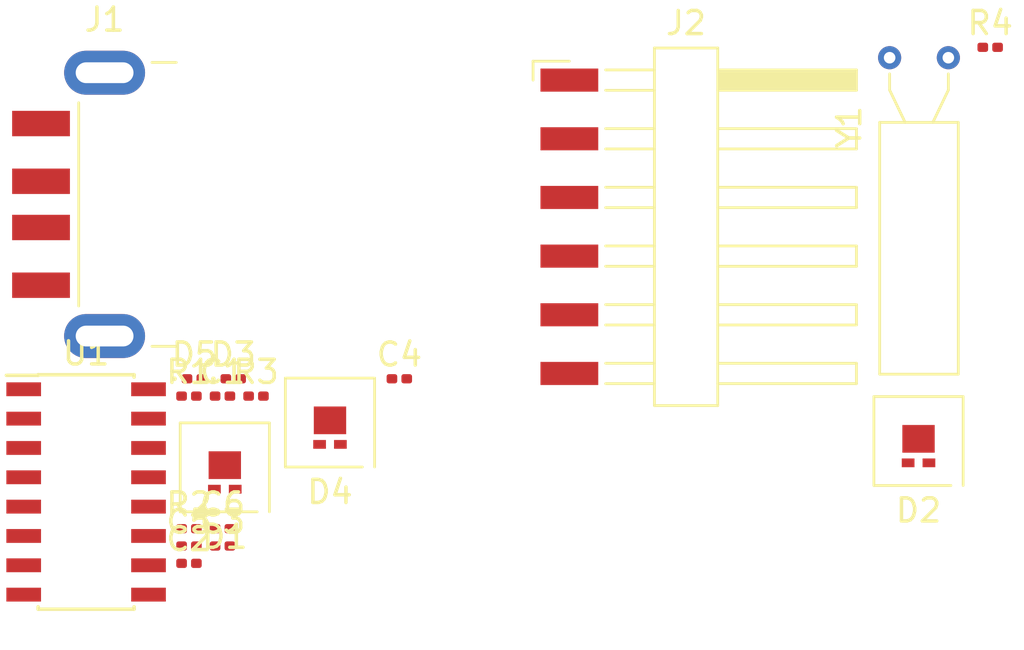
<source format=kicad_pcb>
(kicad_pcb (version 20171130) (host pcbnew 5.0.2+dfsg1-1)

  (general
    (thickness 1.6)
    (drawings 0)
    (tracks 0)
    (zones 0)
    (modules 19)
    (nets 23)
  )

  (page A4)
  (layers
    (0 F.Cu signal)
    (31 B.Cu signal)
    (32 B.Adhes user)
    (33 F.Adhes user)
    (34 B.Paste user)
    (35 F.Paste user)
    (36 B.SilkS user)
    (37 F.SilkS user)
    (38 B.Mask user)
    (39 F.Mask user)
    (40 Dwgs.User user)
    (41 Cmts.User user)
    (42 Eco1.User user)
    (43 Eco2.User user)
    (44 Edge.Cuts user)
    (45 Margin user)
    (46 B.CrtYd user)
    (47 F.CrtYd user)
    (48 B.Fab user)
    (49 F.Fab user)
  )

  (setup
    (last_trace_width 0.25)
    (trace_clearance 0.2)
    (zone_clearance 0.508)
    (zone_45_only no)
    (trace_min 0.2)
    (segment_width 0.2)
    (edge_width 0.15)
    (via_size 0.8)
    (via_drill 0.4)
    (via_min_size 0.4)
    (via_min_drill 0.3)
    (uvia_size 0.3)
    (uvia_drill 0.1)
    (uvias_allowed no)
    (uvia_min_size 0.2)
    (uvia_min_drill 0.1)
    (pcb_text_width 0.3)
    (pcb_text_size 1.5 1.5)
    (mod_edge_width 0.15)
    (mod_text_size 1 1)
    (mod_text_width 0.15)
    (pad_size 1.524 1.524)
    (pad_drill 0.762)
    (pad_to_mask_clearance 0.051)
    (solder_mask_min_width 0.25)
    (aux_axis_origin 0 0)
    (visible_elements FFFFFF7F)
    (pcbplotparams
      (layerselection 0x010fc_ffffffff)
      (usegerberextensions false)
      (usegerberattributes false)
      (usegerberadvancedattributes false)
      (creategerberjobfile false)
      (excludeedgelayer true)
      (linewidth 0.100000)
      (plotframeref false)
      (viasonmask false)
      (mode 1)
      (useauxorigin false)
      (hpglpennumber 1)
      (hpglpenspeed 20)
      (hpglpendiameter 15.000000)
      (psnegative false)
      (psa4output false)
      (plotreference true)
      (plotvalue true)
      (plotinvisibletext false)
      (padsonsilk false)
      (subtractmaskfromsilk false)
      (outputformat 1)
      (mirror false)
      (drillshape 1)
      (scaleselection 1)
      (outputdirectory ""))
  )

  (net 0 "")
  (net 1 GND)
  (net 2 +5V)
  (net 3 "Net-(C3-Pad1)")
  (net 4 "Net-(C4-Pad1)")
  (net 5 +3V3)
  (net 6 "Net-(C6-Pad1)")
  (net 7 "Net-(D1-Pad1)")
  (net 8 "Net-(D2-Pad2)")
  (net 9 "Net-(D2-Pad1)")
  (net 10 "Net-(D3-Pad1)")
  (net 11 "Net-(D4-Pad1)")
  (net 12 "Net-(D4-Pad2)")
  (net 13 "Net-(J1-Pad2)")
  (net 14 "Net-(J1-Pad3)")
  (net 15 "Net-(J2-Pad4)")
  (net 16 "Net-(U1-Pad9)")
  (net 17 "Net-(U1-Pad10)")
  (net 18 "Net-(U1-Pad11)")
  (net 19 "Net-(U1-Pad12)")
  (net 20 "Net-(U1-Pad13)")
  (net 21 "Net-(U1-Pad14)")
  (net 22 "Net-(U1-Pad15)")

  (net_class Default "This is the default net class."
    (clearance 0.2)
    (trace_width 0.25)
    (via_dia 0.8)
    (via_drill 0.4)
    (uvia_dia 0.3)
    (uvia_drill 0.1)
    (add_net +3V3)
    (add_net +5V)
    (add_net GND)
    (add_net "Net-(C3-Pad1)")
    (add_net "Net-(C4-Pad1)")
    (add_net "Net-(C6-Pad1)")
    (add_net "Net-(D1-Pad1)")
    (add_net "Net-(D2-Pad1)")
    (add_net "Net-(D2-Pad2)")
    (add_net "Net-(D3-Pad1)")
    (add_net "Net-(D4-Pad1)")
    (add_net "Net-(D4-Pad2)")
    (add_net "Net-(J1-Pad2)")
    (add_net "Net-(J1-Pad3)")
    (add_net "Net-(J2-Pad4)")
    (add_net "Net-(U1-Pad10)")
    (add_net "Net-(U1-Pad11)")
    (add_net "Net-(U1-Pad12)")
    (add_net "Net-(U1-Pad13)")
    (add_net "Net-(U1-Pad14)")
    (add_net "Net-(U1-Pad15)")
    (add_net "Net-(U1-Pad9)")
  )

  (module Capacitor_SMD:C_0201_0603Metric (layer F.Cu) (tedit 5B301BBE) (tstamp 6125254B)
    (at 142.975001 101.835001)
    (descr "Capacitor SMD 0201 (0603 Metric), square (rectangular) end terminal, IPC_7351 nominal, (Body size source: https://www.vishay.com/docs/20052/crcw0201e3.pdf), generated with kicad-footprint-generator")
    (tags capacitor)
    (path /610C04CB)
    (attr smd)
    (fp_text reference C1 (at 0 -1.05) (layer F.SilkS)
      (effects (font (size 1 1) (thickness 0.15)))
    )
    (fp_text value 10uF (at 0 1.05) (layer F.Fab)
      (effects (font (size 1 1) (thickness 0.15)))
    )
    (fp_text user %R (at 0 -0.68) (layer F.Fab)
      (effects (font (size 0.25 0.25) (thickness 0.04)))
    )
    (fp_line (start 0.7 0.35) (end -0.7 0.35) (layer F.CrtYd) (width 0.05))
    (fp_line (start 0.7 -0.35) (end 0.7 0.35) (layer F.CrtYd) (width 0.05))
    (fp_line (start -0.7 -0.35) (end 0.7 -0.35) (layer F.CrtYd) (width 0.05))
    (fp_line (start -0.7 0.35) (end -0.7 -0.35) (layer F.CrtYd) (width 0.05))
    (fp_line (start 0.3 0.15) (end -0.3 0.15) (layer F.Fab) (width 0.1))
    (fp_line (start 0.3 -0.15) (end 0.3 0.15) (layer F.Fab) (width 0.1))
    (fp_line (start -0.3 -0.15) (end 0.3 -0.15) (layer F.Fab) (width 0.1))
    (fp_line (start -0.3 0.15) (end -0.3 -0.15) (layer F.Fab) (width 0.1))
    (pad 2 smd roundrect (at 0.32 0) (size 0.46 0.4) (layers F.Cu F.Mask) (roundrect_rratio 0.25)
      (net 1 GND))
    (pad 1 smd roundrect (at -0.32 0) (size 0.46 0.4) (layers F.Cu F.Mask) (roundrect_rratio 0.25)
      (net 2 +5V))
    (pad "" smd roundrect (at 0.345 0) (size 0.318 0.36) (layers F.Paste) (roundrect_rratio 0.25))
    (pad "" smd roundrect (at -0.345 0) (size 0.318 0.36) (layers F.Paste) (roundrect_rratio 0.25))
    (model ${KISYS3DMOD}/Capacitor_SMD.3dshapes/C_0201_0603Metric.wrl
      (at (xyz 0 0 0))
      (scale (xyz 1 1 1))
      (rotate (xyz 0 0 0))
    )
  )

  (module Capacitor_SMD:C_0201_0603Metric (layer F.Cu) (tedit 5B301BBE) (tstamp 6125280C)
    (at 141.525001 109.075001)
    (descr "Capacitor SMD 0201 (0603 Metric), square (rectangular) end terminal, IPC_7351 nominal, (Body size source: https://www.vishay.com/docs/20052/crcw0201e3.pdf), generated with kicad-footprint-generator")
    (tags capacitor)
    (path /610C09D3)
    (attr smd)
    (fp_text reference C2 (at 0 -1.05) (layer F.SilkS)
      (effects (font (size 1 1) (thickness 0.15)))
    )
    (fp_text value 100nF (at 0 1.05) (layer F.Fab)
      (effects (font (size 1 1) (thickness 0.15)))
    )
    (fp_text user %R (at 0 -0.68) (layer F.Fab)
      (effects (font (size 0.25 0.25) (thickness 0.04)))
    )
    (fp_line (start 0.7 0.35) (end -0.7 0.35) (layer F.CrtYd) (width 0.05))
    (fp_line (start 0.7 -0.35) (end 0.7 0.35) (layer F.CrtYd) (width 0.05))
    (fp_line (start -0.7 -0.35) (end 0.7 -0.35) (layer F.CrtYd) (width 0.05))
    (fp_line (start -0.7 0.35) (end -0.7 -0.35) (layer F.CrtYd) (width 0.05))
    (fp_line (start 0.3 0.15) (end -0.3 0.15) (layer F.Fab) (width 0.1))
    (fp_line (start 0.3 -0.15) (end 0.3 0.15) (layer F.Fab) (width 0.1))
    (fp_line (start -0.3 -0.15) (end 0.3 -0.15) (layer F.Fab) (width 0.1))
    (fp_line (start -0.3 0.15) (end -0.3 -0.15) (layer F.Fab) (width 0.1))
    (pad 2 smd roundrect (at 0.32 0) (size 0.46 0.4) (layers F.Cu F.Mask) (roundrect_rratio 0.25)
      (net 1 GND))
    (pad 1 smd roundrect (at -0.32 0) (size 0.46 0.4) (layers F.Cu F.Mask) (roundrect_rratio 0.25)
      (net 2 +5V))
    (pad "" smd roundrect (at 0.345 0) (size 0.318 0.36) (layers F.Paste) (roundrect_rratio 0.25))
    (pad "" smd roundrect (at -0.345 0) (size 0.318 0.36) (layers F.Paste) (roundrect_rratio 0.25))
    (model ${KISYS3DMOD}/Capacitor_SMD.3dshapes/C_0201_0603Metric.wrl
      (at (xyz 0 0 0))
      (scale (xyz 1 1 1))
      (rotate (xyz 0 0 0))
    )
  )

  (module Capacitor_SMD:C_0201_0603Metric (layer F.Cu) (tedit 5B301BBE) (tstamp 612527DC)
    (at 142.975001 108.325001)
    (descr "Capacitor SMD 0201 (0603 Metric), square (rectangular) end terminal, IPC_7351 nominal, (Body size source: https://www.vishay.com/docs/20052/crcw0201e3.pdf), generated with kicad-footprint-generator")
    (tags capacitor)
    (path /610C3F04)
    (attr smd)
    (fp_text reference C3 (at 0 -1.05) (layer F.SilkS)
      (effects (font (size 1 1) (thickness 0.15)))
    )
    (fp_text value 22pF (at 0 1.05) (layer F.Fab)
      (effects (font (size 1 1) (thickness 0.15)))
    )
    (fp_line (start -0.3 0.15) (end -0.3 -0.15) (layer F.Fab) (width 0.1))
    (fp_line (start -0.3 -0.15) (end 0.3 -0.15) (layer F.Fab) (width 0.1))
    (fp_line (start 0.3 -0.15) (end 0.3 0.15) (layer F.Fab) (width 0.1))
    (fp_line (start 0.3 0.15) (end -0.3 0.15) (layer F.Fab) (width 0.1))
    (fp_line (start -0.7 0.35) (end -0.7 -0.35) (layer F.CrtYd) (width 0.05))
    (fp_line (start -0.7 -0.35) (end 0.7 -0.35) (layer F.CrtYd) (width 0.05))
    (fp_line (start 0.7 -0.35) (end 0.7 0.35) (layer F.CrtYd) (width 0.05))
    (fp_line (start 0.7 0.35) (end -0.7 0.35) (layer F.CrtYd) (width 0.05))
    (fp_text user %R (at 0 -0.68) (layer F.Fab)
      (effects (font (size 0.25 0.25) (thickness 0.04)))
    )
    (pad "" smd roundrect (at -0.345 0) (size 0.318 0.36) (layers F.Paste) (roundrect_rratio 0.25))
    (pad "" smd roundrect (at 0.345 0) (size 0.318 0.36) (layers F.Paste) (roundrect_rratio 0.25))
    (pad 1 smd roundrect (at -0.32 0) (size 0.46 0.4) (layers F.Cu F.Mask) (roundrect_rratio 0.25)
      (net 3 "Net-(C3-Pad1)"))
    (pad 2 smd roundrect (at 0.32 0) (size 0.46 0.4) (layers F.Cu F.Mask) (roundrect_rratio 0.25)
      (net 1 GND))
    (model ${KISYS3DMOD}/Capacitor_SMD.3dshapes/C_0201_0603Metric.wrl
      (at (xyz 0 0 0))
      (scale (xyz 1 1 1))
      (rotate (xyz 0 0 0))
    )
  )

  (module Capacitor_SMD:C_0201_0603Metric (layer F.Cu) (tedit 5B301BBE) (tstamp 6125283C)
    (at 150.625001 101.085001)
    (descr "Capacitor SMD 0201 (0603 Metric), square (rectangular) end terminal, IPC_7351 nominal, (Body size source: https://www.vishay.com/docs/20052/crcw0201e3.pdf), generated with kicad-footprint-generator")
    (tags capacitor)
    (path /610C3F3C)
    (attr smd)
    (fp_text reference C4 (at 0 -1.05) (layer F.SilkS)
      (effects (font (size 1 1) (thickness 0.15)))
    )
    (fp_text value 22pF (at 0 1.05) (layer F.Fab)
      (effects (font (size 1 1) (thickness 0.15)))
    )
    (fp_text user %R (at 0 -0.68) (layer F.Fab)
      (effects (font (size 0.25 0.25) (thickness 0.04)))
    )
    (fp_line (start 0.7 0.35) (end -0.7 0.35) (layer F.CrtYd) (width 0.05))
    (fp_line (start 0.7 -0.35) (end 0.7 0.35) (layer F.CrtYd) (width 0.05))
    (fp_line (start -0.7 -0.35) (end 0.7 -0.35) (layer F.CrtYd) (width 0.05))
    (fp_line (start -0.7 0.35) (end -0.7 -0.35) (layer F.CrtYd) (width 0.05))
    (fp_line (start 0.3 0.15) (end -0.3 0.15) (layer F.Fab) (width 0.1))
    (fp_line (start 0.3 -0.15) (end 0.3 0.15) (layer F.Fab) (width 0.1))
    (fp_line (start -0.3 -0.15) (end 0.3 -0.15) (layer F.Fab) (width 0.1))
    (fp_line (start -0.3 0.15) (end -0.3 -0.15) (layer F.Fab) (width 0.1))
    (pad 2 smd roundrect (at 0.32 0) (size 0.46 0.4) (layers F.Cu F.Mask) (roundrect_rratio 0.25)
      (net 1 GND))
    (pad 1 smd roundrect (at -0.32 0) (size 0.46 0.4) (layers F.Cu F.Mask) (roundrect_rratio 0.25)
      (net 4 "Net-(C4-Pad1)"))
    (pad "" smd roundrect (at 0.345 0) (size 0.318 0.36) (layers F.Paste) (roundrect_rratio 0.25))
    (pad "" smd roundrect (at -0.345 0) (size 0.318 0.36) (layers F.Paste) (roundrect_rratio 0.25))
    (model ${KISYS3DMOD}/Capacitor_SMD.3dshapes/C_0201_0603Metric.wrl
      (at (xyz 0 0 0))
      (scale (xyz 1 1 1))
      (rotate (xyz 0 0 0))
    )
  )

  (module Capacitor_SMD:C_0201_0603Metric (layer F.Cu) (tedit 5B301BBE) (tstamp 612528D5)
    (at 141.525001 108.325001)
    (descr "Capacitor SMD 0201 (0603 Metric), square (rectangular) end terminal, IPC_7351 nominal, (Body size source: https://www.vishay.com/docs/20052/crcw0201e3.pdf), generated with kicad-footprint-generator")
    (tags capacitor)
    (path /610C0F5D)
    (attr smd)
    (fp_text reference C5 (at 0 -1.05) (layer F.SilkS)
      (effects (font (size 1 1) (thickness 0.15)))
    )
    (fp_text value 100nF (at 0 1.05) (layer F.Fab)
      (effects (font (size 1 1) (thickness 0.15)))
    )
    (fp_line (start -0.3 0.15) (end -0.3 -0.15) (layer F.Fab) (width 0.1))
    (fp_line (start -0.3 -0.15) (end 0.3 -0.15) (layer F.Fab) (width 0.1))
    (fp_line (start 0.3 -0.15) (end 0.3 0.15) (layer F.Fab) (width 0.1))
    (fp_line (start 0.3 0.15) (end -0.3 0.15) (layer F.Fab) (width 0.1))
    (fp_line (start -0.7 0.35) (end -0.7 -0.35) (layer F.CrtYd) (width 0.05))
    (fp_line (start -0.7 -0.35) (end 0.7 -0.35) (layer F.CrtYd) (width 0.05))
    (fp_line (start 0.7 -0.35) (end 0.7 0.35) (layer F.CrtYd) (width 0.05))
    (fp_line (start 0.7 0.35) (end -0.7 0.35) (layer F.CrtYd) (width 0.05))
    (fp_text user %R (at 0 -0.68) (layer F.Fab)
      (effects (font (size 0.25 0.25) (thickness 0.04)))
    )
    (pad "" smd roundrect (at -0.345 0) (size 0.318 0.36) (layers F.Paste) (roundrect_rratio 0.25))
    (pad "" smd roundrect (at 0.345 0) (size 0.318 0.36) (layers F.Paste) (roundrect_rratio 0.25))
    (pad 1 smd roundrect (at -0.32 0) (size 0.46 0.4) (layers F.Cu F.Mask) (roundrect_rratio 0.25)
      (net 5 +3V3))
    (pad 2 smd roundrect (at 0.32 0) (size 0.46 0.4) (layers F.Cu F.Mask) (roundrect_rratio 0.25)
      (net 1 GND))
    (model ${KISYS3DMOD}/Capacitor_SMD.3dshapes/C_0201_0603Metric.wrl
      (at (xyz 0 0 0))
      (scale (xyz 1 1 1))
      (rotate (xyz 0 0 0))
    )
  )

  (module Capacitor_SMD:C_0201_0603Metric (layer F.Cu) (tedit 5B301BBE) (tstamp 612528A5)
    (at 142.975001 107.575001)
    (descr "Capacitor SMD 0201 (0603 Metric), square (rectangular) end terminal, IPC_7351 nominal, (Body size source: https://www.vishay.com/docs/20052/crcw0201e3.pdf), generated with kicad-footprint-generator")
    (tags capacitor)
    (path /610CF24E)
    (attr smd)
    (fp_text reference C6 (at 0 -1.05) (layer F.SilkS)
      (effects (font (size 1 1) (thickness 0.15)))
    )
    (fp_text value 100nF (at 0 1.05) (layer F.Fab)
      (effects (font (size 1 1) (thickness 0.15)))
    )
    (fp_line (start -0.3 0.15) (end -0.3 -0.15) (layer F.Fab) (width 0.1))
    (fp_line (start -0.3 -0.15) (end 0.3 -0.15) (layer F.Fab) (width 0.1))
    (fp_line (start 0.3 -0.15) (end 0.3 0.15) (layer F.Fab) (width 0.1))
    (fp_line (start 0.3 0.15) (end -0.3 0.15) (layer F.Fab) (width 0.1))
    (fp_line (start -0.7 0.35) (end -0.7 -0.35) (layer F.CrtYd) (width 0.05))
    (fp_line (start -0.7 -0.35) (end 0.7 -0.35) (layer F.CrtYd) (width 0.05))
    (fp_line (start 0.7 -0.35) (end 0.7 0.35) (layer F.CrtYd) (width 0.05))
    (fp_line (start 0.7 0.35) (end -0.7 0.35) (layer F.CrtYd) (width 0.05))
    (fp_text user %R (at 0 -0.68) (layer F.Fab)
      (effects (font (size 0.25 0.25) (thickness 0.04)))
    )
    (pad "" smd roundrect (at -0.345 0) (size 0.318 0.36) (layers F.Paste) (roundrect_rratio 0.25))
    (pad "" smd roundrect (at 0.345 0) (size 0.318 0.36) (layers F.Paste) (roundrect_rratio 0.25))
    (pad 1 smd roundrect (at -0.32 0) (size 0.46 0.4) (layers F.Cu F.Mask) (roundrect_rratio 0.25)
      (net 6 "Net-(C6-Pad1)"))
    (pad 2 smd roundrect (at 0.32 0) (size 0.46 0.4) (layers F.Cu F.Mask) (roundrect_rratio 0.25)
      (net 1 GND))
    (model ${KISYS3DMOD}/Capacitor_SMD.3dshapes/C_0201_0603Metric.wrl
      (at (xyz 0 0 0))
      (scale (xyz 1 1 1))
      (rotate (xyz 0 0 0))
    )
  )

  (module LED_SMD:LED-L1T2_LUMILEDS (layer F.Cu) (tedit 587A6FAC) (tstamp 61252941)
    (at 143.075001 105.345001)
    (descr http://www.lumileds.com/uploads/438/DS133-pdf)
    (tags "LUMILEDS LUXEON TX L1T2 LED")
    (path /610C66BC)
    (attr smd)
    (fp_text reference D1 (at 0 2.58) (layer F.SilkS)
      (effects (font (size 1 1) (thickness 0.15)))
    )
    (fp_text value LED (at 0 -3.42) (layer F.Fab)
      (effects (font (size 1 1) (thickness 0.15)))
    )
    (fp_line (start -1.8 -2.2) (end 1.8 -2.2) (layer F.Fab) (width 0.1))
    (fp_line (start -1.8 -2.2) (end -1.8 1.4) (layer F.Fab) (width 0.1))
    (fp_line (start -1.8 1.4) (end 1.8 1.4) (layer F.Fab) (width 0.1))
    (fp_line (start 1.8 1.4) (end 1.8 -2.2) (layer F.Fab) (width 0.1))
    (fp_line (start -2.25 1.83) (end -2.25 -2.67) (layer F.CrtYd) (width 0.05))
    (fp_line (start -2.25 -2.67) (end 2.25 -2.67) (layer F.CrtYd) (width 0.05))
    (fp_line (start 2.25 -2.67) (end 2.25 1.83) (layer F.CrtYd) (width 0.05))
    (fp_line (start 2.25 1.83) (end -2.25 1.83) (layer F.CrtYd) (width 0.05))
    (fp_line (start -1.93 1.5) (end -1.93 -2.35) (layer F.SilkS) (width 0.12))
    (fp_line (start -1.93 -2.35) (end 1.93 -2.35) (layer F.SilkS) (width 0.12))
    (fp_line (start 1.93 -2.35) (end 1.93 1.5) (layer F.SilkS) (width 0.12))
    (fp_line (start 1.4 1.5) (end -1.93 1.5) (layer F.SilkS) (width 0.12))
    (fp_circle (center 0 -0.42) (end 0 -2.07) (layer F.Fab) (width 0.1))
    (pad 1 smd rect (at 0.45 0.52) (size 0.55 0.38) (layers F.Cu F.Paste F.Mask)
      (net 7 "Net-(D1-Pad1)"))
    (pad 2 smd rect (at -0.45 0.52) (size 0.55 0.38) (layers F.Cu F.Paste F.Mask)
      (net 6 "Net-(C6-Pad1)"))
    (pad 3 smd rect (at 0 -0.52) (size 1.4 1.2) (layers F.Cu F.Paste F.Mask))
    (model ${KISYS3DMOD}/LED_SMD.3dshapes/LED-L1T2_LUMILEDS.wrl
      (at (xyz 0 0 0))
      (scale (xyz 1 1 1))
      (rotate (xyz 0 0 0))
    )
  )

  (module LED_SMD:LED-L1T2_LUMILEDS (layer F.Cu) (tedit 587A6FAC) (tstamp 612527A6)
    (at 173.085001 104.205001)
    (descr http://www.lumileds.com/uploads/438/DS133-pdf)
    (tags "LUMILEDS LUXEON TX L1T2 LED")
    (path /610D7DE3)
    (attr smd)
    (fp_text reference D2 (at 0 2.58) (layer F.SilkS)
      (effects (font (size 1 1) (thickness 0.15)))
    )
    (fp_text value LED (at 0 -3.42) (layer F.Fab)
      (effects (font (size 1 1) (thickness 0.15)))
    )
    (fp_circle (center 0 -0.42) (end 0 -2.07) (layer F.Fab) (width 0.1))
    (fp_line (start 1.4 1.5) (end -1.93 1.5) (layer F.SilkS) (width 0.12))
    (fp_line (start 1.93 -2.35) (end 1.93 1.5) (layer F.SilkS) (width 0.12))
    (fp_line (start -1.93 -2.35) (end 1.93 -2.35) (layer F.SilkS) (width 0.12))
    (fp_line (start -1.93 1.5) (end -1.93 -2.35) (layer F.SilkS) (width 0.12))
    (fp_line (start 2.25 1.83) (end -2.25 1.83) (layer F.CrtYd) (width 0.05))
    (fp_line (start 2.25 -2.67) (end 2.25 1.83) (layer F.CrtYd) (width 0.05))
    (fp_line (start -2.25 -2.67) (end 2.25 -2.67) (layer F.CrtYd) (width 0.05))
    (fp_line (start -2.25 1.83) (end -2.25 -2.67) (layer F.CrtYd) (width 0.05))
    (fp_line (start 1.8 1.4) (end 1.8 -2.2) (layer F.Fab) (width 0.1))
    (fp_line (start -1.8 1.4) (end 1.8 1.4) (layer F.Fab) (width 0.1))
    (fp_line (start -1.8 -2.2) (end -1.8 1.4) (layer F.Fab) (width 0.1))
    (fp_line (start -1.8 -2.2) (end 1.8 -2.2) (layer F.Fab) (width 0.1))
    (pad 3 smd rect (at 0 -0.52) (size 1.4 1.2) (layers F.Cu F.Paste F.Mask))
    (pad 2 smd rect (at -0.45 0.52) (size 0.55 0.38) (layers F.Cu F.Paste F.Mask)
      (net 8 "Net-(D2-Pad2)"))
    (pad 1 smd rect (at 0.45 0.52) (size 0.55 0.38) (layers F.Cu F.Paste F.Mask)
      (net 9 "Net-(D2-Pad1)"))
    (model ${KISYS3DMOD}/LED_SMD.3dshapes/LED-L1T2_LUMILEDS.wrl
      (at (xyz 0 0 0))
      (scale (xyz 1 1 1))
      (rotate (xyz 0 0 0))
    )
  )

  (module Diode_SMD:D_0201_0603Metric (layer F.Cu) (tedit 5B301BBE) (tstamp 61252908)
    (at 143.440001 101.085001)
    (descr "Diode SMD 0201 (0603 Metric), square (rectangular) end terminal, IPC_7351 nominal, (Body size source: https://www.vishay.com/docs/20052/crcw0201e3.pdf), generated with kicad-footprint-generator")
    (tags diode)
    (path /610CD0CD)
    (attr smd)
    (fp_text reference D3 (at 0 -1.05) (layer F.SilkS)
      (effects (font (size 1 1) (thickness 0.15)))
    )
    (fp_text value D (at 0 1.05) (layer F.Fab)
      (effects (font (size 1 1) (thickness 0.15)))
    )
    (fp_text user %R (at 0 -0.68) (layer F.Fab)
      (effects (font (size 0.25 0.25) (thickness 0.04)))
    )
    (fp_line (start 0.7 0.35) (end -0.7 0.35) (layer F.CrtYd) (width 0.05))
    (fp_line (start 0.7 -0.35) (end 0.7 0.35) (layer F.CrtYd) (width 0.05))
    (fp_line (start -0.7 -0.35) (end 0.7 -0.35) (layer F.CrtYd) (width 0.05))
    (fp_line (start -0.7 0.35) (end -0.7 -0.35) (layer F.CrtYd) (width 0.05))
    (fp_line (start -0.1 0.15) (end -0.1 -0.15) (layer F.Fab) (width 0.1))
    (fp_line (start -0.2 0.15) (end -0.2 -0.15) (layer F.Fab) (width 0.1))
    (fp_line (start 0.3 0.15) (end -0.3 0.15) (layer F.Fab) (width 0.1))
    (fp_line (start 0.3 -0.15) (end 0.3 0.15) (layer F.Fab) (width 0.1))
    (fp_line (start -0.3 -0.15) (end 0.3 -0.15) (layer F.Fab) (width 0.1))
    (fp_line (start -0.3 0.15) (end -0.3 -0.15) (layer F.Fab) (width 0.1))
    (fp_circle (center -0.86 0) (end -0.81 0) (layer F.SilkS) (width 0.1))
    (pad 2 smd roundrect (at 0.32 0) (size 0.46 0.4) (layers F.Cu F.Mask) (roundrect_rratio 0.25)
      (net 2 +5V))
    (pad 1 smd roundrect (at -0.32 0) (size 0.46 0.4) (layers F.Cu F.Mask) (roundrect_rratio 0.25)
      (net 10 "Net-(D3-Pad1)"))
    (pad "" smd roundrect (at 0.345 0) (size 0.318 0.36) (layers F.Paste) (roundrect_rratio 0.25))
    (pad "" smd roundrect (at -0.345 0) (size 0.318 0.36) (layers F.Paste) (roundrect_rratio 0.25))
    (model ${KISYS3DMOD}/Diode_SMD.3dshapes/D_0201_0603Metric.wrl
      (at (xyz 0 0 0))
      (scale (xyz 1 1 1))
      (rotate (xyz 0 0 0))
    )
  )

  (module LED_SMD:LED-L1T2_LUMILEDS (layer F.Cu) (tedit 587A6FAC) (tstamp 6125271F)
    (at 147.625001 103.405001)
    (descr http://www.lumileds.com/uploads/438/DS133-pdf)
    (tags "LUMILEDS LUXEON TX L1T2 LED")
    (path /610DB7E0)
    (attr smd)
    (fp_text reference D4 (at 0 2.58) (layer F.SilkS)
      (effects (font (size 1 1) (thickness 0.15)))
    )
    (fp_text value LED (at 0 -3.42) (layer F.Fab)
      (effects (font (size 1 1) (thickness 0.15)))
    )
    (fp_line (start -1.8 -2.2) (end 1.8 -2.2) (layer F.Fab) (width 0.1))
    (fp_line (start -1.8 -2.2) (end -1.8 1.4) (layer F.Fab) (width 0.1))
    (fp_line (start -1.8 1.4) (end 1.8 1.4) (layer F.Fab) (width 0.1))
    (fp_line (start 1.8 1.4) (end 1.8 -2.2) (layer F.Fab) (width 0.1))
    (fp_line (start -2.25 1.83) (end -2.25 -2.67) (layer F.CrtYd) (width 0.05))
    (fp_line (start -2.25 -2.67) (end 2.25 -2.67) (layer F.CrtYd) (width 0.05))
    (fp_line (start 2.25 -2.67) (end 2.25 1.83) (layer F.CrtYd) (width 0.05))
    (fp_line (start 2.25 1.83) (end -2.25 1.83) (layer F.CrtYd) (width 0.05))
    (fp_line (start -1.93 1.5) (end -1.93 -2.35) (layer F.SilkS) (width 0.12))
    (fp_line (start -1.93 -2.35) (end 1.93 -2.35) (layer F.SilkS) (width 0.12))
    (fp_line (start 1.93 -2.35) (end 1.93 1.5) (layer F.SilkS) (width 0.12))
    (fp_line (start 1.4 1.5) (end -1.93 1.5) (layer F.SilkS) (width 0.12))
    (fp_circle (center 0 -0.42) (end 0 -2.07) (layer F.Fab) (width 0.1))
    (pad 1 smd rect (at 0.45 0.52) (size 0.55 0.38) (layers F.Cu F.Paste F.Mask)
      (net 11 "Net-(D4-Pad1)"))
    (pad 2 smd rect (at -0.45 0.52) (size 0.55 0.38) (layers F.Cu F.Paste F.Mask)
      (net 12 "Net-(D4-Pad2)"))
    (pad 3 smd rect (at 0 -0.52) (size 1.4 1.2) (layers F.Cu F.Paste F.Mask))
    (model ${KISYS3DMOD}/LED_SMD.3dshapes/LED-L1T2_LUMILEDS.wrl
      (at (xyz 0 0 0))
      (scale (xyz 1 1 1))
      (rotate (xyz 0 0 0))
    )
  )

  (module Diode_SMD:D_0201_0603Metric (layer F.Cu) (tedit 5B301BBE) (tstamp 6125286F)
    (at 141.760001 101.085001)
    (descr "Diode SMD 0201 (0603 Metric), square (rectangular) end terminal, IPC_7351 nominal, (Body size source: https://www.vishay.com/docs/20052/crcw0201e3.pdf), generated with kicad-footprint-generator")
    (tags diode)
    (path /610CD045)
    (attr smd)
    (fp_text reference D5 (at 0 -1.05) (layer F.SilkS)
      (effects (font (size 1 1) (thickness 0.15)))
    )
    (fp_text value D (at 0 1.05) (layer F.Fab)
      (effects (font (size 1 1) (thickness 0.15)))
    )
    (fp_circle (center -0.86 0) (end -0.81 0) (layer F.SilkS) (width 0.1))
    (fp_line (start -0.3 0.15) (end -0.3 -0.15) (layer F.Fab) (width 0.1))
    (fp_line (start -0.3 -0.15) (end 0.3 -0.15) (layer F.Fab) (width 0.1))
    (fp_line (start 0.3 -0.15) (end 0.3 0.15) (layer F.Fab) (width 0.1))
    (fp_line (start 0.3 0.15) (end -0.3 0.15) (layer F.Fab) (width 0.1))
    (fp_line (start -0.2 0.15) (end -0.2 -0.15) (layer F.Fab) (width 0.1))
    (fp_line (start -0.1 0.15) (end -0.1 -0.15) (layer F.Fab) (width 0.1))
    (fp_line (start -0.7 0.35) (end -0.7 -0.35) (layer F.CrtYd) (width 0.05))
    (fp_line (start -0.7 -0.35) (end 0.7 -0.35) (layer F.CrtYd) (width 0.05))
    (fp_line (start 0.7 -0.35) (end 0.7 0.35) (layer F.CrtYd) (width 0.05))
    (fp_line (start 0.7 0.35) (end -0.7 0.35) (layer F.CrtYd) (width 0.05))
    (fp_text user %R (at 0 -0.68) (layer F.Fab)
      (effects (font (size 0.25 0.25) (thickness 0.04)))
    )
    (pad "" smd roundrect (at -0.345 0) (size 0.318 0.36) (layers F.Paste) (roundrect_rratio 0.25))
    (pad "" smd roundrect (at 0.345 0) (size 0.318 0.36) (layers F.Paste) (roundrect_rratio 0.25))
    (pad 1 smd roundrect (at -0.32 0) (size 0.46 0.4) (layers F.Cu F.Mask) (roundrect_rratio 0.25)
      (net 6 "Net-(C6-Pad1)"))
    (pad 2 smd roundrect (at 0.32 0) (size 0.46 0.4) (layers F.Cu F.Mask) (roundrect_rratio 0.25)
      (net 10 "Net-(D3-Pad1)"))
    (model ${KISYS3DMOD}/Diode_SMD.3dshapes/D_0201_0603Metric.wrl
      (at (xyz 0 0 0))
      (scale (xyz 1 1 1))
      (rotate (xyz 0 0 0))
    )
  )

  (module Connector_USB:USB_A_CNCTech_1001-011-01101_Horizontal (layer F.Cu) (tedit 5AFEF547) (tstamp 612526AE)
    (at 144.775001 93.535001)
    (descr http://cnctech.us/pdfs/1001-011-01101.pdf)
    (tags USB-A)
    (path /610C021E)
    (attr smd)
    (fp_text reference J1 (at -6.9 -8) (layer F.SilkS)
      (effects (font (size 1 1) (thickness 0.15)))
    )
    (fp_text value USB_A (at 0 8 180) (layer F.Fab)
      (effects (font (size 1 1) (thickness 0.15)))
    )
    (fp_line (start -7.9 6.025) (end -7.9 -6.025) (layer F.Fab) (width 0.1))
    (fp_line (start -7.9 -6.025) (end 10.9 -6.025) (layer F.Fab) (width 0.1))
    (fp_line (start -7.9 6.025) (end 10.9 6.025) (layer F.Fab) (width 0.1))
    (fp_line (start 10.9 6.025) (end 10.9 -6.025) (layer F.Fab) (width 0.1))
    (fp_line (start -10.4 3.75) (end -10.4 3.25) (layer F.Fab) (width 0.1))
    (fp_line (start -10.4 3.25) (end -7.9 3.25) (layer F.Fab) (width 0.1))
    (fp_line (start -10.4 3.75) (end -7.9 3.75) (layer F.Fab) (width 0.1))
    (fp_line (start -10.4 0.75) (end -7.9 0.75) (layer F.Fab) (width 0.1))
    (fp_line (start -10.4 1.25) (end -10.4 0.75) (layer F.Fab) (width 0.1))
    (fp_line (start -10.4 1.25) (end -7.9 1.25) (layer F.Fab) (width 0.1))
    (fp_line (start -10.4 -0.75) (end -10.4 -1.25) (layer F.Fab) (width 0.1))
    (fp_line (start -10.4 -0.75) (end -7.9 -0.75) (layer F.Fab) (width 0.1))
    (fp_line (start -10.4 -1.25) (end -7.9 -1.25) (layer F.Fab) (width 0.1))
    (fp_line (start -10.4 -3.75) (end -7.9 -3.75) (layer F.Fab) (width 0.1))
    (fp_line (start -10.4 -3.25) (end -10.4 -3.75) (layer F.Fab) (width 0.1))
    (fp_line (start -10.4 -3.25) (end -7.9 -3.25) (layer F.Fab) (width 0.1))
    (fp_circle (center -6.9 -2.3) (end -6.9 -2.8) (layer F.Fab) (width 0.1))
    (fp_circle (center -6.9 2.3) (end -6.9 2.8) (layer F.Fab) (width 0.1))
    (fp_line (start -8.02 -4.4) (end -8.02 4.4) (layer F.SilkS) (width 0.12))
    (fp_line (start -3.8 6.025) (end -3.8 -6.025) (layer Dwgs.User) (width 0.1))
    (fp_text user "PCB Edge" (at -4.55 -0.05 90) (layer Dwgs.User)
      (effects (font (size 0.6 0.6) (thickness 0.09)))
    )
    (fp_line (start -4.85 -6.145) (end -3.8 -6.145) (layer F.SilkS) (width 0.12))
    (fp_line (start -4.85 6.145) (end -3.8 6.145) (layer F.SilkS) (width 0.12))
    (fp_line (start -11.4 4.55) (end -11.4 -4.55) (layer F.CrtYd) (width 0.05))
    (fp_line (start -11.4 -4.55) (end -9.15 -4.55) (layer F.CrtYd) (width 0.05))
    (fp_line (start -9.15 -7.15) (end -9.15 -4.55) (layer F.CrtYd) (width 0.05))
    (fp_line (start -9.15 -7.15) (end -4.65 -7.15) (layer F.CrtYd) (width 0.05))
    (fp_line (start -4.65 -6.52) (end -4.65 -7.15) (layer F.CrtYd) (width 0.05))
    (fp_line (start -4.65 -6.52) (end 11.4 -6.52) (layer F.CrtYd) (width 0.05))
    (fp_line (start 11.4 6.52) (end 11.4 -6.52) (layer F.CrtYd) (width 0.05))
    (fp_text user %R (at -6 0 90) (layer F.Fab)
      (effects (font (size 1 1) (thickness 0.15)))
    )
    (fp_line (start -4.65 6.52) (end 11.4 6.52) (layer F.CrtYd) (width 0.05))
    (fp_line (start -4.65 7.15) (end -4.65 6.52) (layer F.CrtYd) (width 0.05))
    (fp_line (start -9.15 7.15) (end -4.65 7.15) (layer F.CrtYd) (width 0.05))
    (fp_line (start -9.15 4.55) (end -9.15 7.15) (layer F.CrtYd) (width 0.05))
    (fp_line (start -11.4 4.55) (end -9.15 4.55) (layer F.CrtYd) (width 0.05))
    (pad 2 smd rect (at -9.65 -1) (size 2.5 1.1) (layers F.Cu F.Paste F.Mask)
      (net 13 "Net-(J1-Pad2)"))
    (pad 3 smd rect (at -9.65 1) (size 2.5 1.1) (layers F.Cu F.Paste F.Mask)
      (net 14 "Net-(J1-Pad3)"))
    (pad 1 smd rect (at -9.65 -3.5) (size 2.5 1.1) (layers F.Cu F.Paste F.Mask)
      (net 2 +5V))
    (pad 4 smd rect (at -9.65 3.5) (size 2.5 1.1) (layers F.Cu F.Paste F.Mask)
      (net 1 GND))
    (pad 5 thru_hole oval (at -6.9 -5.7) (size 3.5 1.9) (drill oval 2.5 0.9) (layers *.Cu *.Mask)
      (net 1 GND))
    (pad 5 thru_hole oval (at -6.9 5.7) (size 3.5 1.9) (drill oval 2.5 0.9) (layers *.Cu *.Mask)
      (net 1 GND))
    (pad "" np_thru_hole circle (at -6.9 -2.3) (size 1.1 1.1) (drill 1.1) (layers *.Cu *.Mask))
    (pad "" np_thru_hole circle (at -6.9 2.3) (size 1.1 1.1) (drill 1.1) (layers *.Cu *.Mask))
    (model ${KISYS3DMOD}/Connector_USB.3dshapes/USB_A_CNCTech_1001-011-01101_Horizontal.wrl
      (at (xyz 0 0 0))
      (scale (xyz 1 1 1))
      (rotate (xyz 0 0 0))
    )
  )

  (module Connector_Harwin:Harwin_M20-89006xx_1x06_P2.54mm_Horizontal (layer F.Cu) (tedit 5B154A07) (tstamp 612525C7)
    (at 163.505001 94.505001)
    (descr "Harwin Male Horizontal Surface Mount Single Row 2.54mm (0.1 inch) Pitch PCB Connector, M20-89006xx, 6 Pins per row (https://cdn.harwin.com/pdfs/M20-890.pdf), generated with kicad-footprint-generator")
    (tags "connector Harwin M20-890 horizontal")
    (path /610BFF68)
    (attr smd)
    (fp_text reference J2 (at -0.48 -8.82) (layer F.SilkS)
      (effects (font (size 1 1) (thickness 0.15)))
    )
    (fp_text value Conn_01x06 (at -0.48 8.82) (layer F.Fab)
      (effects (font (size 1 1) (thickness 0.15)))
    )
    (fp_line (start -1.725 -6.67) (end -6.425 -6.67) (layer F.Fab) (width 0.1))
    (fp_line (start -6.425 -6.67) (end -6.425 -6.03) (layer F.Fab) (width 0.1))
    (fp_line (start -6.425 -6.03) (end -1.725 -6.03) (layer F.Fab) (width 0.1))
    (fp_line (start 0.775 -6.67) (end 6.775 -6.67) (layer F.Fab) (width 0.1))
    (fp_line (start 6.775 -6.67) (end 6.775 -6.03) (layer F.Fab) (width 0.1))
    (fp_line (start 6.775 -6.03) (end 0.775 -6.03) (layer F.Fab) (width 0.1))
    (fp_line (start -1.725 -4.13) (end -6.425 -4.13) (layer F.Fab) (width 0.1))
    (fp_line (start -6.425 -4.13) (end -6.425 -3.49) (layer F.Fab) (width 0.1))
    (fp_line (start -6.425 -3.49) (end -1.725 -3.49) (layer F.Fab) (width 0.1))
    (fp_line (start 0.775 -4.13) (end 6.775 -4.13) (layer F.Fab) (width 0.1))
    (fp_line (start 6.775 -4.13) (end 6.775 -3.49) (layer F.Fab) (width 0.1))
    (fp_line (start 6.775 -3.49) (end 0.775 -3.49) (layer F.Fab) (width 0.1))
    (fp_line (start -1.725 -1.59) (end -6.425 -1.59) (layer F.Fab) (width 0.1))
    (fp_line (start -6.425 -1.59) (end -6.425 -0.95) (layer F.Fab) (width 0.1))
    (fp_line (start -6.425 -0.95) (end -1.725 -0.95) (layer F.Fab) (width 0.1))
    (fp_line (start 0.775 -1.59) (end 6.775 -1.59) (layer F.Fab) (width 0.1))
    (fp_line (start 6.775 -1.59) (end 6.775 -0.95) (layer F.Fab) (width 0.1))
    (fp_line (start 6.775 -0.95) (end 0.775 -0.95) (layer F.Fab) (width 0.1))
    (fp_line (start -1.725 0.95) (end -6.425 0.95) (layer F.Fab) (width 0.1))
    (fp_line (start -6.425 0.95) (end -6.425 1.59) (layer F.Fab) (width 0.1))
    (fp_line (start -6.425 1.59) (end -1.725 1.59) (layer F.Fab) (width 0.1))
    (fp_line (start 0.775 0.95) (end 6.775 0.95) (layer F.Fab) (width 0.1))
    (fp_line (start 6.775 0.95) (end 6.775 1.59) (layer F.Fab) (width 0.1))
    (fp_line (start 6.775 1.59) (end 0.775 1.59) (layer F.Fab) (width 0.1))
    (fp_line (start -1.725 3.49) (end -6.425 3.49) (layer F.Fab) (width 0.1))
    (fp_line (start -6.425 3.49) (end -6.425 4.13) (layer F.Fab) (width 0.1))
    (fp_line (start -6.425 4.13) (end -1.725 4.13) (layer F.Fab) (width 0.1))
    (fp_line (start 0.775 3.49) (end 6.775 3.49) (layer F.Fab) (width 0.1))
    (fp_line (start 6.775 3.49) (end 6.775 4.13) (layer F.Fab) (width 0.1))
    (fp_line (start 6.775 4.13) (end 0.775 4.13) (layer F.Fab) (width 0.1))
    (fp_line (start -1.725 6.03) (end -6.425 6.03) (layer F.Fab) (width 0.1))
    (fp_line (start -6.425 6.03) (end -6.425 6.67) (layer F.Fab) (width 0.1))
    (fp_line (start -6.425 6.67) (end -1.725 6.67) (layer F.Fab) (width 0.1))
    (fp_line (start 0.775 6.03) (end 6.775 6.03) (layer F.Fab) (width 0.1))
    (fp_line (start 6.775 6.03) (end 6.775 6.67) (layer F.Fab) (width 0.1))
    (fp_line (start 6.775 6.67) (end 0.775 6.67) (layer F.Fab) (width 0.1))
    (fp_line (start -1.725 -7.22) (end -1.325 -7.62) (layer F.Fab) (width 0.1))
    (fp_line (start -1.325 -7.62) (end 0.775 -7.62) (layer F.Fab) (width 0.1))
    (fp_line (start 0.775 -7.62) (end 0.775 7.62) (layer F.Fab) (width 0.1))
    (fp_line (start 0.775 7.62) (end -1.725 7.62) (layer F.Fab) (width 0.1))
    (fp_line (start -1.725 7.62) (end -1.725 -7.22) (layer F.Fab) (width 0.1))
    (fp_line (start -1.845 -7.74) (end 0.895 -7.74) (layer F.SilkS) (width 0.12))
    (fp_line (start 0.895 -7.74) (end 0.895 7.74) (layer F.SilkS) (width 0.12))
    (fp_line (start 0.895 7.74) (end -1.845 7.74) (layer F.SilkS) (width 0.12))
    (fp_line (start -1.845 7.74) (end -1.845 -7.74) (layer F.SilkS) (width 0.12))
    (fp_line (start -3.955 -6.79) (end -1.845 -6.79) (layer F.SilkS) (width 0.12))
    (fp_line (start -3.955 -5.91) (end -1.845 -5.91) (layer F.SilkS) (width 0.12))
    (fp_line (start 0.895 -6.79) (end 6.895 -6.79) (layer F.SilkS) (width 0.12))
    (fp_line (start 6.895 -6.79) (end 6.895 -5.91) (layer F.SilkS) (width 0.12))
    (fp_line (start 6.895 -5.91) (end 0.895 -5.91) (layer F.SilkS) (width 0.12))
    (fp_line (start -3.955 -4.25) (end -1.845 -4.25) (layer F.SilkS) (width 0.12))
    (fp_line (start -3.955 -3.37) (end -1.845 -3.37) (layer F.SilkS) (width 0.12))
    (fp_line (start 0.895 -4.25) (end 6.895 -4.25) (layer F.SilkS) (width 0.12))
    (fp_line (start 6.895 -4.25) (end 6.895 -3.37) (layer F.SilkS) (width 0.12))
    (fp_line (start 6.895 -3.37) (end 0.895 -3.37) (layer F.SilkS) (width 0.12))
    (fp_line (start -3.955 -1.71) (end -1.845 -1.71) (layer F.SilkS) (width 0.12))
    (fp_line (start -3.955 -0.83) (end -1.845 -0.83) (layer F.SilkS) (width 0.12))
    (fp_line (start 0.895 -1.71) (end 6.895 -1.71) (layer F.SilkS) (width 0.12))
    (fp_line (start 6.895 -1.71) (end 6.895 -0.83) (layer F.SilkS) (width 0.12))
    (fp_line (start 6.895 -0.83) (end 0.895 -0.83) (layer F.SilkS) (width 0.12))
    (fp_line (start -3.955 0.83) (end -1.845 0.83) (layer F.SilkS) (width 0.12))
    (fp_line (start -3.955 1.71) (end -1.845 1.71) (layer F.SilkS) (width 0.12))
    (fp_line (start 0.895 0.83) (end 6.895 0.83) (layer F.SilkS) (width 0.12))
    (fp_line (start 6.895 0.83) (end 6.895 1.71) (layer F.SilkS) (width 0.12))
    (fp_line (start 6.895 1.71) (end 0.895 1.71) (layer F.SilkS) (width 0.12))
    (fp_line (start -3.955 3.37) (end -1.845 3.37) (layer F.SilkS) (width 0.12))
    (fp_line (start -3.955 4.25) (end -1.845 4.25) (layer F.SilkS) (width 0.12))
    (fp_line (start 0.895 3.37) (end 6.895 3.37) (layer F.SilkS) (width 0.12))
    (fp_line (start 6.895 3.37) (end 6.895 4.25) (layer F.SilkS) (width 0.12))
    (fp_line (start 6.895 4.25) (end 0.895 4.25) (layer F.SilkS) (width 0.12))
    (fp_line (start -3.955 5.91) (end -1.845 5.91) (layer F.SilkS) (width 0.12))
    (fp_line (start -3.955 6.79) (end -1.845 6.79) (layer F.SilkS) (width 0.12))
    (fp_line (start 0.895 5.91) (end 6.895 5.91) (layer F.SilkS) (width 0.12))
    (fp_line (start 6.895 5.91) (end 6.895 6.79) (layer F.SilkS) (width 0.12))
    (fp_line (start 6.895 6.79) (end 0.895 6.79) (layer F.SilkS) (width 0.12))
    (fp_line (start -7.095 -6.35) (end -7.095 -7.17) (layer F.SilkS) (width 0.12))
    (fp_line (start -7.095 -7.17) (end -5.525 -7.17) (layer F.SilkS) (width 0.12))
    (fp_line (start -7.28 -8.12) (end 7.28 -8.12) (layer F.CrtYd) (width 0.05))
    (fp_line (start 7.28 -8.12) (end 7.28 8.12) (layer F.CrtYd) (width 0.05))
    (fp_line (start 7.28 8.12) (end -7.28 8.12) (layer F.CrtYd) (width 0.05))
    (fp_line (start -7.28 8.12) (end -7.28 -8.12) (layer F.CrtYd) (width 0.05))
    (fp_text user %R (at -0.48 0 90) (layer F.Fab)
      (effects (font (size 1 1) (thickness 0.15)))
    )
    (pad 1 smd rect (at -5.525 -6.35) (size 2.5 1) (layers F.Cu F.Paste F.Mask)
      (net 2 +5V))
    (pad 2 smd rect (at -5.525 -3.81) (size 2.5 1) (layers F.Cu F.Paste F.Mask)
      (net 6 "Net-(C6-Pad1)"))
    (pad 3 smd rect (at -5.525 -1.27) (size 2.5 1) (layers F.Cu F.Paste F.Mask)
      (net 5 +3V3))
    (pad 4 smd rect (at -5.525 1.27) (size 2.5 1) (layers F.Cu F.Paste F.Mask)
      (net 15 "Net-(J2-Pad4)"))
    (pad 5 smd rect (at -5.525 3.81) (size 2.5 1) (layers F.Cu F.Paste F.Mask)
      (net 11 "Net-(D4-Pad1)"))
    (pad 6 smd rect (at -5.525 6.35) (size 2.5 1) (layers F.Cu F.Paste F.Mask)
      (net 1 GND))
    (pad "" smd rect (at 3.895 -6.35) (size 6 0.76) (layers F.SilkS))
    (model ${KISYS3DMOD}/Connector_Harwin.3dshapes/Harwin_M20-89006xx_1x06_P2.54mm_Horizontal.wrl
      (at (xyz 0 0 0))
      (scale (xyz 1 1 1))
      (rotate (xyz 0 0 0))
    )
  )

  (module Resistor_SMD:R_0201_0603Metric (layer F.Cu) (tedit 5B301BBD) (tstamp 612529D7)
    (at 141.525001 101.835001)
    (descr "Resistor SMD 0201 (0603 Metric), square (rectangular) end terminal, IPC_7351 nominal, (Body size source: https://www.vishay.com/docs/20052/crcw0201e3.pdf), generated with kicad-footprint-generator")
    (tags resistor)
    (path /610C671C)
    (attr smd)
    (fp_text reference R1 (at 0 -1.05) (layer F.SilkS)
      (effects (font (size 1 1) (thickness 0.15)))
    )
    (fp_text value 1k5 (at 0 1.05) (layer F.Fab)
      (effects (font (size 1 1) (thickness 0.15)))
    )
    (fp_text user %R (at 0 -0.68) (layer F.Fab)
      (effects (font (size 0.25 0.25) (thickness 0.04)))
    )
    (fp_line (start 0.7 0.35) (end -0.7 0.35) (layer F.CrtYd) (width 0.05))
    (fp_line (start 0.7 -0.35) (end 0.7 0.35) (layer F.CrtYd) (width 0.05))
    (fp_line (start -0.7 -0.35) (end 0.7 -0.35) (layer F.CrtYd) (width 0.05))
    (fp_line (start -0.7 0.35) (end -0.7 -0.35) (layer F.CrtYd) (width 0.05))
    (fp_line (start 0.3 0.15) (end -0.3 0.15) (layer F.Fab) (width 0.1))
    (fp_line (start 0.3 -0.15) (end 0.3 0.15) (layer F.Fab) (width 0.1))
    (fp_line (start -0.3 -0.15) (end 0.3 -0.15) (layer F.Fab) (width 0.1))
    (fp_line (start -0.3 0.15) (end -0.3 -0.15) (layer F.Fab) (width 0.1))
    (pad 2 smd roundrect (at 0.32 0) (size 0.46 0.4) (layers F.Cu F.Mask) (roundrect_rratio 0.25)
      (net 7 "Net-(D1-Pad1)"))
    (pad 1 smd roundrect (at -0.32 0) (size 0.46 0.4) (layers F.Cu F.Mask) (roundrect_rratio 0.25)
      (net 1 GND))
    (pad "" smd roundrect (at 0.345 0) (size 0.318 0.36) (layers F.Paste) (roundrect_rratio 0.25))
    (pad "" smd roundrect (at -0.345 0) (size 0.318 0.36) (layers F.Paste) (roundrect_rratio 0.25))
    (model ${KISYS3DMOD}/Resistor_SMD.3dshapes/R_0201_0603Metric.wrl
      (at (xyz 0 0 0))
      (scale (xyz 1 1 1))
      (rotate (xyz 0 0 0))
    )
  )

  (module Resistor_SMD:R_0201_0603Metric (layer F.Cu) (tedit 5B301BBD) (tstamp 61252977)
    (at 141.525001 107.575001)
    (descr "Resistor SMD 0201 (0603 Metric), square (rectangular) end terminal, IPC_7351 nominal, (Body size source: https://www.vishay.com/docs/20052/crcw0201e3.pdf), generated with kicad-footprint-generator")
    (tags resistor)
    (path /610D05C1)
    (attr smd)
    (fp_text reference R2 (at 0 -1.05) (layer F.SilkS)
      (effects (font (size 1 1) (thickness 0.15)))
    )
    (fp_text value 1k5 (at 0 1.05) (layer F.Fab)
      (effects (font (size 1 1) (thickness 0.15)))
    )
    (fp_text user %R (at 0 -0.68) (layer F.Fab)
      (effects (font (size 0.25 0.25) (thickness 0.04)))
    )
    (fp_line (start 0.7 0.35) (end -0.7 0.35) (layer F.CrtYd) (width 0.05))
    (fp_line (start 0.7 -0.35) (end 0.7 0.35) (layer F.CrtYd) (width 0.05))
    (fp_line (start -0.7 -0.35) (end 0.7 -0.35) (layer F.CrtYd) (width 0.05))
    (fp_line (start -0.7 0.35) (end -0.7 -0.35) (layer F.CrtYd) (width 0.05))
    (fp_line (start 0.3 0.15) (end -0.3 0.15) (layer F.Fab) (width 0.1))
    (fp_line (start 0.3 -0.15) (end 0.3 0.15) (layer F.Fab) (width 0.1))
    (fp_line (start -0.3 -0.15) (end 0.3 -0.15) (layer F.Fab) (width 0.1))
    (fp_line (start -0.3 0.15) (end -0.3 -0.15) (layer F.Fab) (width 0.1))
    (pad 2 smd roundrect (at 0.32 0) (size 0.46 0.4) (layers F.Cu F.Mask) (roundrect_rratio 0.25)
      (net 8 "Net-(D2-Pad2)"))
    (pad 1 smd roundrect (at -0.32 0) (size 0.46 0.4) (layers F.Cu F.Mask) (roundrect_rratio 0.25)
      (net 6 "Net-(C6-Pad1)"))
    (pad "" smd roundrect (at 0.345 0) (size 0.318 0.36) (layers F.Paste) (roundrect_rratio 0.25))
    (pad "" smd roundrect (at -0.345 0) (size 0.318 0.36) (layers F.Paste) (roundrect_rratio 0.25))
    (model ${KISYS3DMOD}/Resistor_SMD.3dshapes/R_0201_0603Metric.wrl
      (at (xyz 0 0 0))
      (scale (xyz 1 1 1))
      (rotate (xyz 0 0 0))
    )
  )

  (module Resistor_SMD:R_0201_0603Metric (layer F.Cu) (tedit 5B301BBD) (tstamp 612529A7)
    (at 144.425001 101.835001)
    (descr "Resistor SMD 0201 (0603 Metric), square (rectangular) end terminal, IPC_7351 nominal, (Body size source: https://www.vishay.com/docs/20052/crcw0201e3.pdf), generated with kicad-footprint-generator")
    (tags resistor)
    (path /610DB719)
    (attr smd)
    (fp_text reference R3 (at 0 -1.05) (layer F.SilkS)
      (effects (font (size 1 1) (thickness 0.15)))
    )
    (fp_text value 1k5 (at 0 1.05) (layer F.Fab)
      (effects (font (size 1 1) (thickness 0.15)))
    )
    (fp_line (start -0.3 0.15) (end -0.3 -0.15) (layer F.Fab) (width 0.1))
    (fp_line (start -0.3 -0.15) (end 0.3 -0.15) (layer F.Fab) (width 0.1))
    (fp_line (start 0.3 -0.15) (end 0.3 0.15) (layer F.Fab) (width 0.1))
    (fp_line (start 0.3 0.15) (end -0.3 0.15) (layer F.Fab) (width 0.1))
    (fp_line (start -0.7 0.35) (end -0.7 -0.35) (layer F.CrtYd) (width 0.05))
    (fp_line (start -0.7 -0.35) (end 0.7 -0.35) (layer F.CrtYd) (width 0.05))
    (fp_line (start 0.7 -0.35) (end 0.7 0.35) (layer F.CrtYd) (width 0.05))
    (fp_line (start 0.7 0.35) (end -0.7 0.35) (layer F.CrtYd) (width 0.05))
    (fp_text user %R (at 0 -0.68) (layer F.Fab)
      (effects (font (size 0.25 0.25) (thickness 0.04)))
    )
    (pad "" smd roundrect (at -0.345 0) (size 0.318 0.36) (layers F.Paste) (roundrect_rratio 0.25))
    (pad "" smd roundrect (at 0.345 0) (size 0.318 0.36) (layers F.Paste) (roundrect_rratio 0.25))
    (pad 1 smd roundrect (at -0.32 0) (size 0.46 0.4) (layers F.Cu F.Mask) (roundrect_rratio 0.25)
      (net 6 "Net-(C6-Pad1)"))
    (pad 2 smd roundrect (at 0.32 0) (size 0.46 0.4) (layers F.Cu F.Mask) (roundrect_rratio 0.25)
      (net 12 "Net-(D4-Pad2)"))
    (model ${KISYS3DMOD}/Resistor_SMD.3dshapes/R_0201_0603Metric.wrl
      (at (xyz 0 0 0))
      (scale (xyz 1 1 1))
      (rotate (xyz 0 0 0))
    )
  )

  (module Resistor_SMD:R_0201_0603Metric (layer F.Cu) (tedit 5B301BBD) (tstamp 61252A73)
    (at 176.185001 86.735001)
    (descr "Resistor SMD 0201 (0603 Metric), square (rectangular) end terminal, IPC_7351 nominal, (Body size source: https://www.vishay.com/docs/20052/crcw0201e3.pdf), generated with kicad-footprint-generator")
    (tags resistor)
    (path /610CA74E)
    (attr smd)
    (fp_text reference R4 (at 0 -1.05) (layer F.SilkS)
      (effects (font (size 1 1) (thickness 0.15)))
    )
    (fp_text value 1k5 (at 0 1.05) (layer F.Fab)
      (effects (font (size 1 1) (thickness 0.15)))
    )
    (fp_line (start -0.3 0.15) (end -0.3 -0.15) (layer F.Fab) (width 0.1))
    (fp_line (start -0.3 -0.15) (end 0.3 -0.15) (layer F.Fab) (width 0.1))
    (fp_line (start 0.3 -0.15) (end 0.3 0.15) (layer F.Fab) (width 0.1))
    (fp_line (start 0.3 0.15) (end -0.3 0.15) (layer F.Fab) (width 0.1))
    (fp_line (start -0.7 0.35) (end -0.7 -0.35) (layer F.CrtYd) (width 0.05))
    (fp_line (start -0.7 -0.35) (end 0.7 -0.35) (layer F.CrtYd) (width 0.05))
    (fp_line (start 0.7 -0.35) (end 0.7 0.35) (layer F.CrtYd) (width 0.05))
    (fp_line (start 0.7 0.35) (end -0.7 0.35) (layer F.CrtYd) (width 0.05))
    (fp_text user %R (at 0 -0.68) (layer F.Fab)
      (effects (font (size 0.25 0.25) (thickness 0.04)))
    )
    (pad "" smd roundrect (at -0.345 0) (size 0.318 0.36) (layers F.Paste) (roundrect_rratio 0.25))
    (pad "" smd roundrect (at 0.345 0) (size 0.318 0.36) (layers F.Paste) (roundrect_rratio 0.25))
    (pad 1 smd roundrect (at -0.32 0) (size 0.46 0.4) (layers F.Cu F.Mask) (roundrect_rratio 0.25)
      (net 15 "Net-(J2-Pad4)"))
    (pad 2 smd roundrect (at 0.32 0) (size 0.46 0.4) (layers F.Cu F.Mask) (roundrect_rratio 0.25)
      (net 9 "Net-(D2-Pad1)"))
    (model ${KISYS3DMOD}/Resistor_SMD.3dshapes/R_0201_0603Metric.wrl
      (at (xyz 0 0 0))
      (scale (xyz 1 1 1))
      (rotate (xyz 0 0 0))
    )
  )

  (module Package_SO:SOIC-16_3.9x9.9mm_P1.27mm (layer F.Cu) (tedit 5A02F2D3) (tstamp 61252A1B)
    (at 137.075001 105.985001)
    (descr "16-Lead Plastic Small Outline (SL) - Narrow, 3.90 mm Body [SOIC] (see Microchip Packaging Specification 00000049BS.pdf)")
    (tags "SOIC 1.27")
    (path /610BFB66)
    (attr smd)
    (fp_text reference U1 (at 0 -6) (layer F.SilkS)
      (effects (font (size 1 1) (thickness 0.15)))
    )
    (fp_text value CH340G (at 0 6) (layer F.Fab)
      (effects (font (size 1 1) (thickness 0.15)))
    )
    (fp_text user %R (at 0 0) (layer F.Fab)
      (effects (font (size 0.9 0.9) (thickness 0.135)))
    )
    (fp_line (start -0.95 -4.95) (end 1.95 -4.95) (layer F.Fab) (width 0.15))
    (fp_line (start 1.95 -4.95) (end 1.95 4.95) (layer F.Fab) (width 0.15))
    (fp_line (start 1.95 4.95) (end -1.95 4.95) (layer F.Fab) (width 0.15))
    (fp_line (start -1.95 4.95) (end -1.95 -3.95) (layer F.Fab) (width 0.15))
    (fp_line (start -1.95 -3.95) (end -0.95 -4.95) (layer F.Fab) (width 0.15))
    (fp_line (start -3.7 -5.25) (end -3.7 5.25) (layer F.CrtYd) (width 0.05))
    (fp_line (start 3.7 -5.25) (end 3.7 5.25) (layer F.CrtYd) (width 0.05))
    (fp_line (start -3.7 -5.25) (end 3.7 -5.25) (layer F.CrtYd) (width 0.05))
    (fp_line (start -3.7 5.25) (end 3.7 5.25) (layer F.CrtYd) (width 0.05))
    (fp_line (start -2.075 -5.075) (end -2.075 -5.05) (layer F.SilkS) (width 0.15))
    (fp_line (start 2.075 -5.075) (end 2.075 -4.97) (layer F.SilkS) (width 0.15))
    (fp_line (start 2.075 5.075) (end 2.075 4.97) (layer F.SilkS) (width 0.15))
    (fp_line (start -2.075 5.075) (end -2.075 4.97) (layer F.SilkS) (width 0.15))
    (fp_line (start -2.075 -5.075) (end 2.075 -5.075) (layer F.SilkS) (width 0.15))
    (fp_line (start -2.075 5.075) (end 2.075 5.075) (layer F.SilkS) (width 0.15))
    (fp_line (start -2.075 -5.05) (end -3.45 -5.05) (layer F.SilkS) (width 0.15))
    (pad 1 smd rect (at -2.7 -4.445) (size 1.5 0.6) (layers F.Cu F.Paste F.Mask)
      (net 1 GND))
    (pad 2 smd rect (at -2.7 -3.175) (size 1.5 0.6) (layers F.Cu F.Paste F.Mask)
      (net 9 "Net-(D2-Pad1)"))
    (pad 3 smd rect (at -2.7 -1.905) (size 1.5 0.6) (layers F.Cu F.Paste F.Mask)
      (net 11 "Net-(D4-Pad1)"))
    (pad 4 smd rect (at -2.7 -0.635) (size 1.5 0.6) (layers F.Cu F.Paste F.Mask)
      (net 5 +3V3))
    (pad 5 smd rect (at -2.7 0.635) (size 1.5 0.6) (layers F.Cu F.Paste F.Mask)
      (net 14 "Net-(J1-Pad3)"))
    (pad 6 smd rect (at -2.7 1.905) (size 1.5 0.6) (layers F.Cu F.Paste F.Mask)
      (net 13 "Net-(J1-Pad2)"))
    (pad 7 smd rect (at -2.7 3.175) (size 1.5 0.6) (layers F.Cu F.Paste F.Mask)
      (net 3 "Net-(C3-Pad1)"))
    (pad 8 smd rect (at -2.7 4.445) (size 1.5 0.6) (layers F.Cu F.Paste F.Mask)
      (net 4 "Net-(C4-Pad1)"))
    (pad 9 smd rect (at 2.7 4.445) (size 1.5 0.6) (layers F.Cu F.Paste F.Mask)
      (net 16 "Net-(U1-Pad9)"))
    (pad 10 smd rect (at 2.7 3.175) (size 1.5 0.6) (layers F.Cu F.Paste F.Mask)
      (net 17 "Net-(U1-Pad10)"))
    (pad 11 smd rect (at 2.7 1.905) (size 1.5 0.6) (layers F.Cu F.Paste F.Mask)
      (net 18 "Net-(U1-Pad11)"))
    (pad 12 smd rect (at 2.7 0.635) (size 1.5 0.6) (layers F.Cu F.Paste F.Mask)
      (net 19 "Net-(U1-Pad12)"))
    (pad 13 smd rect (at 2.7 -0.635) (size 1.5 0.6) (layers F.Cu F.Paste F.Mask)
      (net 20 "Net-(U1-Pad13)"))
    (pad 14 smd rect (at 2.7 -1.905) (size 1.5 0.6) (layers F.Cu F.Paste F.Mask)
      (net 21 "Net-(U1-Pad14)"))
    (pad 15 smd rect (at 2.7 -3.175) (size 1.5 0.6) (layers F.Cu F.Paste F.Mask)
      (net 22 "Net-(U1-Pad15)"))
    (pad 16 smd rect (at 2.7 -4.445) (size 1.5 0.6) (layers F.Cu F.Paste F.Mask)
      (net 6 "Net-(C6-Pad1)"))
    (model ${KISYS3DMOD}/Package_SO.3dshapes/SOIC-16_3.9x9.9mm_P1.27mm.wrl
      (at (xyz 0 0 0))
      (scale (xyz 1 1 1))
      (rotate (xyz 0 0 0))
    )
  )

  (module Crystal:Crystal_AT310_D3.0mm_L10.0mm_Horizontal (layer F.Cu) (tedit 5A0FD1B2) (tstamp 6125275F)
    (at 171.835001 87.185001)
    (descr "Crystal THT AT310 10.0mm-10.5mm length 3.0mm diameter")
    (tags ['AT310'])
    (path /610C1DB2)
    (fp_text reference Y1 (at -1.75 3 90) (layer F.SilkS)
      (effects (font (size 1 1) (thickness 0.15)))
    )
    (fp_text value 12MHz (at 4.29 3 90) (layer F.Fab)
      (effects (font (size 1 1) (thickness 0.15)))
    )
    (fp_text user %R (at 1.25 8.75 90) (layer F.Fab)
      (effects (font (size 0.8 0.8) (thickness 0.12)))
    )
    (fp_line (start -0.23 3) (end -0.23 13.5) (layer F.Fab) (width 0.1))
    (fp_line (start -0.23 13.5) (end 2.77 13.5) (layer F.Fab) (width 0.1))
    (fp_line (start 2.77 13.5) (end 2.77 3) (layer F.Fab) (width 0.1))
    (fp_line (start 2.77 3) (end -0.23 3) (layer F.Fab) (width 0.1))
    (fp_line (start 0.67 3) (end 0 1.5) (layer F.Fab) (width 0.1))
    (fp_line (start 0 1.5) (end 0 0) (layer F.Fab) (width 0.1))
    (fp_line (start 1.87 3) (end 2.54 1.5) (layer F.Fab) (width 0.1))
    (fp_line (start 2.54 1.5) (end 2.54 0) (layer F.Fab) (width 0.1))
    (fp_line (start -0.43 2.8) (end -0.43 13.7) (layer F.SilkS) (width 0.12))
    (fp_line (start -0.43 13.7) (end 2.97 13.7) (layer F.SilkS) (width 0.12))
    (fp_line (start 2.97 13.7) (end 2.97 2.8) (layer F.SilkS) (width 0.12))
    (fp_line (start 2.97 2.8) (end -0.43 2.8) (layer F.SilkS) (width 0.12))
    (fp_line (start 0.67 2.8) (end 0 1.4) (layer F.SilkS) (width 0.12))
    (fp_line (start 0 1.4) (end 0 0.7) (layer F.SilkS) (width 0.12))
    (fp_line (start 1.87 2.8) (end 2.54 1.4) (layer F.SilkS) (width 0.12))
    (fp_line (start 2.54 1.4) (end 2.54 0.7) (layer F.SilkS) (width 0.12))
    (fp_line (start -1 -0.8) (end -1 14.3) (layer F.CrtYd) (width 0.05))
    (fp_line (start -1 14.3) (end 3.6 14.3) (layer F.CrtYd) (width 0.05))
    (fp_line (start 3.6 14.3) (end 3.6 -0.8) (layer F.CrtYd) (width 0.05))
    (fp_line (start 3.6 -0.8) (end -1 -0.8) (layer F.CrtYd) (width 0.05))
    (pad 1 thru_hole circle (at 0 0) (size 1 1) (drill 0.5) (layers *.Cu *.Mask)
      (net 3 "Net-(C3-Pad1)"))
    (pad 2 thru_hole circle (at 2.54 0) (size 1 1) (drill 0.5) (layers *.Cu *.Mask)
      (net 4 "Net-(C4-Pad1)"))
    (model ${KISYS3DMOD}/Crystal.3dshapes/Crystal_AT310_D3.0mm_L10.0mm_Horizontal.wrl
      (at (xyz 0 0 0))
      (scale (xyz 1 1 1))
      (rotate (xyz 0 0 0))
    )
  )

)

</source>
